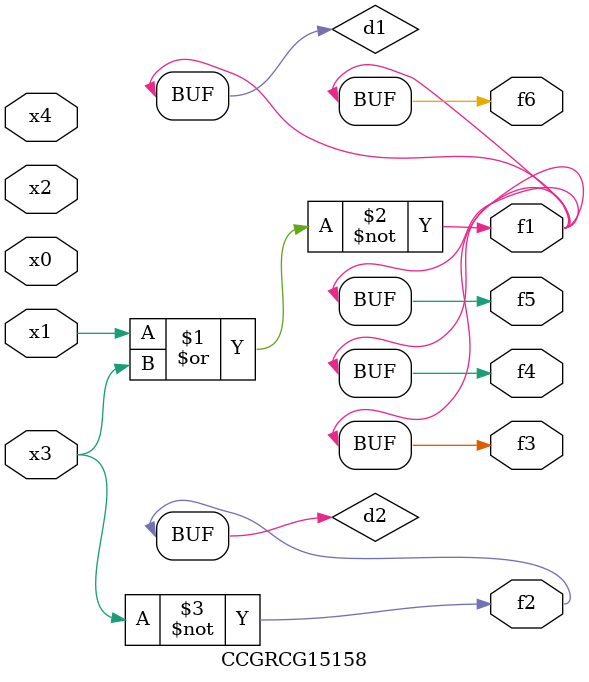
<source format=v>
module CCGRCG15158(
	input x0, x1, x2, x3, x4,
	output f1, f2, f3, f4, f5, f6
);

	wire d1, d2;

	nor (d1, x1, x3);
	not (d2, x3);
	assign f1 = d1;
	assign f2 = d2;
	assign f3 = d1;
	assign f4 = d1;
	assign f5 = d1;
	assign f6 = d1;
endmodule

</source>
